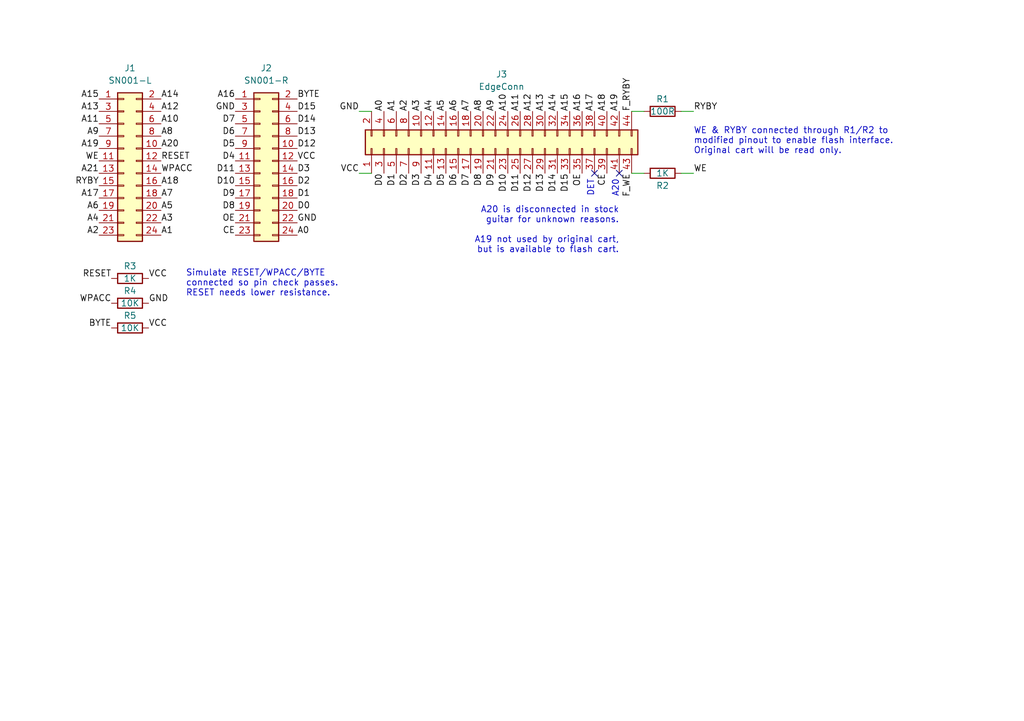
<source format=kicad_sch>
(kicad_sch (version 20230121) (generator eeschema)

  (uuid 19f51cc4-9c14-4242-be9c-db1283db84d2)

  (paper "A5")

  (lib_symbols
    (symbol "Connector_Generic:Conn_02x12_Odd_Even" (pin_names (offset 1.016) hide) (in_bom yes) (on_board yes)
      (property "Reference" "J" (at 1.27 15.24 0)
        (effects (font (size 1.27 1.27)))
      )
      (property "Value" "Conn_02x12_Odd_Even" (at 1.27 -17.78 0)
        (effects (font (size 1.27 1.27)))
      )
      (property "Footprint" "" (at 0 0 0)
        (effects (font (size 1.27 1.27)) hide)
      )
      (property "Datasheet" "~" (at 0 0 0)
        (effects (font (size 1.27 1.27)) hide)
      )
      (property "ki_keywords" "connector" (at 0 0 0)
        (effects (font (size 1.27 1.27)) hide)
      )
      (property "ki_description" "Generic connector, double row, 02x12, odd/even pin numbering scheme (row 1 odd numbers, row 2 even numbers), script generated (kicad-library-utils/schlib/autogen/connector/)" (at 0 0 0)
        (effects (font (size 1.27 1.27)) hide)
      )
      (property "ki_fp_filters" "Connector*:*_2x??_*" (at 0 0 0)
        (effects (font (size 1.27 1.27)) hide)
      )
      (symbol "Conn_02x12_Odd_Even_1_1"
        (rectangle (start -1.27 -15.113) (end 0 -15.367)
          (stroke (width 0.1524) (type default))
          (fill (type none))
        )
        (rectangle (start -1.27 -12.573) (end 0 -12.827)
          (stroke (width 0.1524) (type default))
          (fill (type none))
        )
        (rectangle (start -1.27 -10.033) (end 0 -10.287)
          (stroke (width 0.1524) (type default))
          (fill (type none))
        )
        (rectangle (start -1.27 -7.493) (end 0 -7.747)
          (stroke (width 0.1524) (type default))
          (fill (type none))
        )
        (rectangle (start -1.27 -4.953) (end 0 -5.207)
          (stroke (width 0.1524) (type default))
          (fill (type none))
        )
        (rectangle (start -1.27 -2.413) (end 0 -2.667)
          (stroke (width 0.1524) (type default))
          (fill (type none))
        )
        (rectangle (start -1.27 0.127) (end 0 -0.127)
          (stroke (width 0.1524) (type default))
          (fill (type none))
        )
        (rectangle (start -1.27 2.667) (end 0 2.413)
          (stroke (width 0.1524) (type default))
          (fill (type none))
        )
        (rectangle (start -1.27 5.207) (end 0 4.953)
          (stroke (width 0.1524) (type default))
          (fill (type none))
        )
        (rectangle (start -1.27 7.747) (end 0 7.493)
          (stroke (width 0.1524) (type default))
          (fill (type none))
        )
        (rectangle (start -1.27 10.287) (end 0 10.033)
          (stroke (width 0.1524) (type default))
          (fill (type none))
        )
        (rectangle (start -1.27 12.827) (end 0 12.573)
          (stroke (width 0.1524) (type default))
          (fill (type none))
        )
        (rectangle (start -1.27 13.97) (end 3.81 -16.51)
          (stroke (width 0.254) (type default))
          (fill (type background))
        )
        (rectangle (start 3.81 -15.113) (end 2.54 -15.367)
          (stroke (width 0.1524) (type default))
          (fill (type none))
        )
        (rectangle (start 3.81 -12.573) (end 2.54 -12.827)
          (stroke (width 0.1524) (type default))
          (fill (type none))
        )
        (rectangle (start 3.81 -10.033) (end 2.54 -10.287)
          (stroke (width 0.1524) (type default))
          (fill (type none))
        )
        (rectangle (start 3.81 -7.493) (end 2.54 -7.747)
          (stroke (width 0.1524) (type default))
          (fill (type none))
        )
        (rectangle (start 3.81 -4.953) (end 2.54 -5.207)
          (stroke (width 0.1524) (type default))
          (fill (type none))
        )
        (rectangle (start 3.81 -2.413) (end 2.54 -2.667)
          (stroke (width 0.1524) (type default))
          (fill (type none))
        )
        (rectangle (start 3.81 0.127) (end 2.54 -0.127)
          (stroke (width 0.1524) (type default))
          (fill (type none))
        )
        (rectangle (start 3.81 2.667) (end 2.54 2.413)
          (stroke (width 0.1524) (type default))
          (fill (type none))
        )
        (rectangle (start 3.81 5.207) (end 2.54 4.953)
          (stroke (width 0.1524) (type default))
          (fill (type none))
        )
        (rectangle (start 3.81 7.747) (end 2.54 7.493)
          (stroke (width 0.1524) (type default))
          (fill (type none))
        )
        (rectangle (start 3.81 10.287) (end 2.54 10.033)
          (stroke (width 0.1524) (type default))
          (fill (type none))
        )
        (rectangle (start 3.81 12.827) (end 2.54 12.573)
          (stroke (width 0.1524) (type default))
          (fill (type none))
        )
        (pin passive line (at -5.08 12.7 0) (length 3.81)
          (name "Pin_1" (effects (font (size 1.27 1.27))))
          (number "1" (effects (font (size 1.27 1.27))))
        )
        (pin passive line (at 7.62 2.54 180) (length 3.81)
          (name "Pin_10" (effects (font (size 1.27 1.27))))
          (number "10" (effects (font (size 1.27 1.27))))
        )
        (pin passive line (at -5.08 0 0) (length 3.81)
          (name "Pin_11" (effects (font (size 1.27 1.27))))
          (number "11" (effects (font (size 1.27 1.27))))
        )
        (pin passive line (at 7.62 0 180) (length 3.81)
          (name "Pin_12" (effects (font (size 1.27 1.27))))
          (number "12" (effects (font (size 1.27 1.27))))
        )
        (pin passive line (at -5.08 -2.54 0) (length 3.81)
          (name "Pin_13" (effects (font (size 1.27 1.27))))
          (number "13" (effects (font (size 1.27 1.27))))
        )
        (pin passive line (at 7.62 -2.54 180) (length 3.81)
          (name "Pin_14" (effects (font (size 1.27 1.27))))
          (number "14" (effects (font (size 1.27 1.27))))
        )
        (pin passive line (at -5.08 -5.08 0) (length 3.81)
          (name "Pin_15" (effects (font (size 1.27 1.27))))
          (number "15" (effects (font (size 1.27 1.27))))
        )
        (pin passive line (at 7.62 -5.08 180) (length 3.81)
          (name "Pin_16" (effects (font (size 1.27 1.27))))
          (number "16" (effects (font (size 1.27 1.27))))
        )
        (pin passive line (at -5.08 -7.62 0) (length 3.81)
          (name "Pin_17" (effects (font (size 1.27 1.27))))
          (number "17" (effects (font (size 1.27 1.27))))
        )
        (pin passive line (at 7.62 -7.62 180) (length 3.81)
          (name "Pin_18" (effects (font (size 1.27 1.27))))
          (number "18" (effects (font (size 1.27 1.27))))
        )
        (pin passive line (at -5.08 -10.16 0) (length 3.81)
          (name "Pin_19" (effects (font (size 1.27 1.27))))
          (number "19" (effects (font (size 1.27 1.27))))
        )
        (pin passive line (at 7.62 12.7 180) (length 3.81)
          (name "Pin_2" (effects (font (size 1.27 1.27))))
          (number "2" (effects (font (size 1.27 1.27))))
        )
        (pin passive line (at 7.62 -10.16 180) (length 3.81)
          (name "Pin_20" (effects (font (size 1.27 1.27))))
          (number "20" (effects (font (size 1.27 1.27))))
        )
        (pin passive line (at -5.08 -12.7 0) (length 3.81)
          (name "Pin_21" (effects (font (size 1.27 1.27))))
          (number "21" (effects (font (size 1.27 1.27))))
        )
        (pin passive line (at 7.62 -12.7 180) (length 3.81)
          (name "Pin_22" (effects (font (size 1.27 1.27))))
          (number "22" (effects (font (size 1.27 1.27))))
        )
        (pin passive line (at -5.08 -15.24 0) (length 3.81)
          (name "Pin_23" (effects (font (size 1.27 1.27))))
          (number "23" (effects (font (size 1.27 1.27))))
        )
        (pin passive line (at 7.62 -15.24 180) (length 3.81)
          (name "Pin_24" (effects (font (size 1.27 1.27))))
          (number "24" (effects (font (size 1.27 1.27))))
        )
        (pin passive line (at -5.08 10.16 0) (length 3.81)
          (name "Pin_3" (effects (font (size 1.27 1.27))))
          (number "3" (effects (font (size 1.27 1.27))))
        )
        (pin passive line (at 7.62 10.16 180) (length 3.81)
          (name "Pin_4" (effects (font (size 1.27 1.27))))
          (number "4" (effects (font (size 1.27 1.27))))
        )
        (pin passive line (at -5.08 7.62 0) (length 3.81)
          (name "Pin_5" (effects (font (size 1.27 1.27))))
          (number "5" (effects (font (size 1.27 1.27))))
        )
        (pin passive line (at 7.62 7.62 180) (length 3.81)
          (name "Pin_6" (effects (font (size 1.27 1.27))))
          (number "6" (effects (font (size 1.27 1.27))))
        )
        (pin passive line (at -5.08 5.08 0) (length 3.81)
          (name "Pin_7" (effects (font (size 1.27 1.27))))
          (number "7" (effects (font (size 1.27 1.27))))
        )
        (pin passive line (at 7.62 5.08 180) (length 3.81)
          (name "Pin_8" (effects (font (size 1.27 1.27))))
          (number "8" (effects (font (size 1.27 1.27))))
        )
        (pin passive line (at -5.08 2.54 0) (length 3.81)
          (name "Pin_9" (effects (font (size 1.27 1.27))))
          (number "9" (effects (font (size 1.27 1.27))))
        )
      )
    )
    (symbol "Connector_Generic:Conn_02x22_Odd_Even" (pin_names (offset 1.016) hide) (in_bom yes) (on_board yes)
      (property "Reference" "J" (at 1.27 27.94 0)
        (effects (font (size 1.27 1.27)))
      )
      (property "Value" "Conn_02x22_Odd_Even" (at 1.27 -30.48 0)
        (effects (font (size 1.27 1.27)))
      )
      (property "Footprint" "" (at 0 0 0)
        (effects (font (size 1.27 1.27)) hide)
      )
      (property "Datasheet" "~" (at 0 0 0)
        (effects (font (size 1.27 1.27)) hide)
      )
      (property "ki_keywords" "connector" (at 0 0 0)
        (effects (font (size 1.27 1.27)) hide)
      )
      (property "ki_description" "Generic connector, double row, 02x22, odd/even pin numbering scheme (row 1 odd numbers, row 2 even numbers), script generated (kicad-library-utils/schlib/autogen/connector/)" (at 0 0 0)
        (effects (font (size 1.27 1.27)) hide)
      )
      (property "ki_fp_filters" "Connector*:*_2x??_*" (at 0 0 0)
        (effects (font (size 1.27 1.27)) hide)
      )
      (symbol "Conn_02x22_Odd_Even_1_1"
        (rectangle (start -1.27 -27.813) (end 0 -28.067)
          (stroke (width 0.1524) (type default))
          (fill (type none))
        )
        (rectangle (start -1.27 -25.273) (end 0 -25.527)
          (stroke (width 0.1524) (type default))
          (fill (type none))
        )
        (rectangle (start -1.27 -22.733) (end 0 -22.987)
          (stroke (width 0.1524) (type default))
          (fill (type none))
        )
        (rectangle (start -1.27 -20.193) (end 0 -20.447)
          (stroke (width 0.1524) (type default))
          (fill (type none))
        )
        (rectangle (start -1.27 -17.653) (end 0 -17.907)
          (stroke (width 0.1524) (type default))
          (fill (type none))
        )
        (rectangle (start -1.27 -15.113) (end 0 -15.367)
          (stroke (width 0.1524) (type default))
          (fill (type none))
        )
        (rectangle (start -1.27 -12.573) (end 0 -12.827)
          (stroke (width 0.1524) (type default))
          (fill (type none))
        )
        (rectangle (start -1.27 -10.033) (end 0 -10.287)
          (stroke (width 0.1524) (type default))
          (fill (type none))
        )
        (rectangle (start -1.27 -7.493) (end 0 -7.747)
          (stroke (width 0.1524) (type default))
          (fill (type none))
        )
        (rectangle (start -1.27 -4.953) (end 0 -5.207)
          (stroke (width 0.1524) (type default))
          (fill (type none))
        )
        (rectangle (start -1.27 -2.413) (end 0 -2.667)
          (stroke (width 0.1524) (type default))
          (fill (type none))
        )
        (rectangle (start -1.27 0.127) (end 0 -0.127)
          (stroke (width 0.1524) (type default))
          (fill (type none))
        )
        (rectangle (start -1.27 2.667) (end 0 2.413)
          (stroke (width 0.1524) (type default))
          (fill (type none))
        )
        (rectangle (start -1.27 5.207) (end 0 4.953)
          (stroke (width 0.1524) (type default))
          (fill (type none))
        )
        (rectangle (start -1.27 7.747) (end 0 7.493)
          (stroke (width 0.1524) (type default))
          (fill (type none))
        )
        (rectangle (start -1.27 10.287) (end 0 10.033)
          (stroke (width 0.1524) (type default))
          (fill (type none))
        )
        (rectangle (start -1.27 12.827) (end 0 12.573)
          (stroke (width 0.1524) (type default))
          (fill (type none))
        )
        (rectangle (start -1.27 15.367) (end 0 15.113)
          (stroke (width 0.1524) (type default))
          (fill (type none))
        )
        (rectangle (start -1.27 17.907) (end 0 17.653)
          (stroke (width 0.1524) (type default))
          (fill (type none))
        )
        (rectangle (start -1.27 20.447) (end 0 20.193)
          (stroke (width 0.1524) (type default))
          (fill (type none))
        )
        (rectangle (start -1.27 22.987) (end 0 22.733)
          (stroke (width 0.1524) (type default))
          (fill (type none))
        )
        (rectangle (start -1.27 25.527) (end 0 25.273)
          (stroke (width 0.1524) (type default))
          (fill (type none))
        )
        (rectangle (start -1.27 26.67) (end 3.81 -29.21)
          (stroke (width 0.254) (type default))
          (fill (type background))
        )
        (rectangle (start 3.81 -27.813) (end 2.54 -28.067)
          (stroke (width 0.1524) (type default))
          (fill (type none))
        )
        (rectangle (start 3.81 -25.273) (end 2.54 -25.527)
          (stroke (width 0.1524) (type default))
          (fill (type none))
        )
        (rectangle (start 3.81 -22.733) (end 2.54 -22.987)
          (stroke (width 0.1524) (type default))
          (fill (type none))
        )
        (rectangle (start 3.81 -20.193) (end 2.54 -20.447)
          (stroke (width 0.1524) (type default))
          (fill (type none))
        )
        (rectangle (start 3.81 -17.653) (end 2.54 -17.907)
          (stroke (width 0.1524) (type default))
          (fill (type none))
        )
        (rectangle (start 3.81 -15.113) (end 2.54 -15.367)
          (stroke (width 0.1524) (type default))
          (fill (type none))
        )
        (rectangle (start 3.81 -12.573) (end 2.54 -12.827)
          (stroke (width 0.1524) (type default))
          (fill (type none))
        )
        (rectangle (start 3.81 -10.033) (end 2.54 -10.287)
          (stroke (width 0.1524) (type default))
          (fill (type none))
        )
        (rectangle (start 3.81 -7.493) (end 2.54 -7.747)
          (stroke (width 0.1524) (type default))
          (fill (type none))
        )
        (rectangle (start 3.81 -4.953) (end 2.54 -5.207)
          (stroke (width 0.1524) (type default))
          (fill (type none))
        )
        (rectangle (start 3.81 -2.413) (end 2.54 -2.667)
          (stroke (width 0.1524) (type default))
          (fill (type none))
        )
        (rectangle (start 3.81 0.127) (end 2.54 -0.127)
          (stroke (width 0.1524) (type default))
          (fill (type none))
        )
        (rectangle (start 3.81 2.667) (end 2.54 2.413)
          (stroke (width 0.1524) (type default))
          (fill (type none))
        )
        (rectangle (start 3.81 5.207) (end 2.54 4.953)
          (stroke (width 0.1524) (type default))
          (fill (type none))
        )
        (rectangle (start 3.81 7.747) (end 2.54 7.493)
          (stroke (width 0.1524) (type default))
          (fill (type none))
        )
        (rectangle (start 3.81 10.287) (end 2.54 10.033)
          (stroke (width 0.1524) (type default))
          (fill (type none))
        )
        (rectangle (start 3.81 12.827) (end 2.54 12.573)
          (stroke (width 0.1524) (type default))
          (fill (type none))
        )
        (rectangle (start 3.81 15.367) (end 2.54 15.113)
          (stroke (width 0.1524) (type default))
          (fill (type none))
        )
        (rectangle (start 3.81 17.907) (end 2.54 17.653)
          (stroke (width 0.1524) (type default))
          (fill (type none))
        )
        (rectangle (start 3.81 20.447) (end 2.54 20.193)
          (stroke (width 0.1524) (type default))
          (fill (type none))
        )
        (rectangle (start 3.81 22.987) (end 2.54 22.733)
          (stroke (width 0.1524) (type default))
          (fill (type none))
        )
        (rectangle (start 3.81 25.527) (end 2.54 25.273)
          (stroke (width 0.1524) (type default))
          (fill (type none))
        )
        (pin passive line (at -5.08 25.4 0) (length 3.81)
          (name "Pin_1" (effects (font (size 1.27 1.27))))
          (number "1" (effects (font (size 1.27 1.27))))
        )
        (pin passive line (at 7.62 15.24 180) (length 3.81)
          (name "Pin_10" (effects (font (size 1.27 1.27))))
          (number "10" (effects (font (size 1.27 1.27))))
        )
        (pin passive line (at -5.08 12.7 0) (length 3.81)
          (name "Pin_11" (effects (font (size 1.27 1.27))))
          (number "11" (effects (font (size 1.27 1.27))))
        )
        (pin passive line (at 7.62 12.7 180) (length 3.81)
          (name "Pin_12" (effects (font (size 1.27 1.27))))
          (number "12" (effects (font (size 1.27 1.27))))
        )
        (pin passive line (at -5.08 10.16 0) (length 3.81)
          (name "Pin_13" (effects (font (size 1.27 1.27))))
          (number "13" (effects (font (size 1.27 1.27))))
        )
        (pin passive line (at 7.62 10.16 180) (length 3.81)
          (name "Pin_14" (effects (font (size 1.27 1.27))))
          (number "14" (effects (font (size 1.27 1.27))))
        )
        (pin passive line (at -5.08 7.62 0) (length 3.81)
          (name "Pin_15" (effects (font (size 1.27 1.27))))
          (number "15" (effects (font (size 1.27 1.27))))
        )
        (pin passive line (at 7.62 7.62 180) (length 3.81)
          (name "Pin_16" (effects (font (size 1.27 1.27))))
          (number "16" (effects (font (size 1.27 1.27))))
        )
        (pin passive line (at -5.08 5.08 0) (length 3.81)
          (name "Pin_17" (effects (font (size 1.27 1.27))))
          (number "17" (effects (font (size 1.27 1.27))))
        )
        (pin passive line (at 7.62 5.08 180) (length 3.81)
          (name "Pin_18" (effects (font (size 1.27 1.27))))
          (number "18" (effects (font (size 1.27 1.27))))
        )
        (pin passive line (at -5.08 2.54 0) (length 3.81)
          (name "Pin_19" (effects (font (size 1.27 1.27))))
          (number "19" (effects (font (size 1.27 1.27))))
        )
        (pin passive line (at 7.62 25.4 180) (length 3.81)
          (name "Pin_2" (effects (font (size 1.27 1.27))))
          (number "2" (effects (font (size 1.27 1.27))))
        )
        (pin passive line (at 7.62 2.54 180) (length 3.81)
          (name "Pin_20" (effects (font (size 1.27 1.27))))
          (number "20" (effects (font (size 1.27 1.27))))
        )
        (pin passive line (at -5.08 0 0) (length 3.81)
          (name "Pin_21" (effects (font (size 1.27 1.27))))
          (number "21" (effects (font (size 1.27 1.27))))
        )
        (pin passive line (at 7.62 0 180) (length 3.81)
          (name "Pin_22" (effects (font (size 1.27 1.27))))
          (number "22" (effects (font (size 1.27 1.27))))
        )
        (pin passive line (at -5.08 -2.54 0) (length 3.81)
          (name "Pin_23" (effects (font (size 1.27 1.27))))
          (number "23" (effects (font (size 1.27 1.27))))
        )
        (pin passive line (at 7.62 -2.54 180) (length 3.81)
          (name "Pin_24" (effects (font (size 1.27 1.27))))
          (number "24" (effects (font (size 1.27 1.27))))
        )
        (pin passive line (at -5.08 -5.08 0) (length 3.81)
          (name "Pin_25" (effects (font (size 1.27 1.27))))
          (number "25" (effects (font (size 1.27 1.27))))
        )
        (pin passive line (at 7.62 -5.08 180) (length 3.81)
          (name "Pin_26" (effects (font (size 1.27 1.27))))
          (number "26" (effects (font (size 1.27 1.27))))
        )
        (pin passive line (at -5.08 -7.62 0) (length 3.81)
          (name "Pin_27" (effects (font (size 1.27 1.27))))
          (number "27" (effects (font (size 1.27 1.27))))
        )
        (pin passive line (at 7.62 -7.62 180) (length 3.81)
          (name "Pin_28" (effects (font (size 1.27 1.27))))
          (number "28" (effects (font (size 1.27 1.27))))
        )
        (pin passive line (at -5.08 -10.16 0) (length 3.81)
          (name "Pin_29" (effects (font (size 1.27 1.27))))
          (number "29" (effects (font (size 1.27 1.27))))
        )
        (pin passive line (at -5.08 22.86 0) (length 3.81)
          (name "Pin_3" (effects (font (size 1.27 1.27))))
          (number "3" (effects (font (size 1.27 1.27))))
        )
        (pin passive line (at 7.62 -10.16 180) (length 3.81)
          (name "Pin_30" (effects (font (size 1.27 1.27))))
          (number "30" (effects (font (size 1.27 1.27))))
        )
        (pin passive line (at -5.08 -12.7 0) (length 3.81)
          (name "Pin_31" (effects (font (size 1.27 1.27))))
          (number "31" (effects (font (size 1.27 1.27))))
        )
        (pin passive line (at 7.62 -12.7 180) (length 3.81)
          (name "Pin_32" (effects (font (size 1.27 1.27))))
          (number "32" (effects (font (size 1.27 1.27))))
        )
        (pin passive line (at -5.08 -15.24 0) (length 3.81)
          (name "Pin_33" (effects (font (size 1.27 1.27))))
          (number "33" (effects (font (size 1.27 1.27))))
        )
        (pin passive line (at 7.62 -15.24 180) (length 3.81)
          (name "Pin_34" (effects (font (size 1.27 1.27))))
          (number "34" (effects (font (size 1.27 1.27))))
        )
        (pin passive line (at -5.08 -17.78 0) (length 3.81)
          (name "Pin_35" (effects (font (size 1.27 1.27))))
          (number "35" (effects (font (size 1.27 1.27))))
        )
        (pin passive line (at 7.62 -17.78 180) (length 3.81)
          (name "Pin_36" (effects (font (size 1.27 1.27))))
          (number "36" (effects (font (size 1.27 1.27))))
        )
        (pin passive line (at -5.08 -20.32 0) (length 3.81)
          (name "Pin_37" (effects (font (size 1.27 1.27))))
          (number "37" (effects (font (size 1.27 1.27))))
        )
        (pin passive line (at 7.62 -20.32 180) (length 3.81)
          (name "Pin_38" (effects (font (size 1.27 1.27))))
          (number "38" (effects (font (size 1.27 1.27))))
        )
        (pin passive line (at -5.08 -22.86 0) (length 3.81)
          (name "Pin_39" (effects (font (size 1.27 1.27))))
          (number "39" (effects (font (size 1.27 1.27))))
        )
        (pin passive line (at 7.62 22.86 180) (length 3.81)
          (name "Pin_4" (effects (font (size 1.27 1.27))))
          (number "4" (effects (font (size 1.27 1.27))))
        )
        (pin passive line (at 7.62 -22.86 180) (length 3.81)
          (name "Pin_40" (effects (font (size 1.27 1.27))))
          (number "40" (effects (font (size 1.27 1.27))))
        )
        (pin passive line (at -5.08 -25.4 0) (length 3.81)
          (name "Pin_41" (effects (font (size 1.27 1.27))))
          (number "41" (effects (font (size 1.27 1.27))))
        )
        (pin passive line (at 7.62 -25.4 180) (length 3.81)
          (name "Pin_42" (effects (font (size 1.27 1.27))))
          (number "42" (effects (font (size 1.27 1.27))))
        )
        (pin passive line (at -5.08 -27.94 0) (length 3.81)
          (name "Pin_43" (effects (font (size 1.27 1.27))))
          (number "43" (effects (font (size 1.27 1.27))))
        )
        (pin passive line (at 7.62 -27.94 180) (length 3.81)
          (name "Pin_44" (effects (font (size 1.27 1.27))))
          (number "44" (effects (font (size 1.27 1.27))))
        )
        (pin passive line (at -5.08 20.32 0) (length 3.81)
          (name "Pin_5" (effects (font (size 1.27 1.27))))
          (number "5" (effects (font (size 1.27 1.27))))
        )
        (pin passive line (at 7.62 20.32 180) (length 3.81)
          (name "Pin_6" (effects (font (size 1.27 1.27))))
          (number "6" (effects (font (size 1.27 1.27))))
        )
        (pin passive line (at -5.08 17.78 0) (length 3.81)
          (name "Pin_7" (effects (font (size 1.27 1.27))))
          (number "7" (effects (font (size 1.27 1.27))))
        )
        (pin passive line (at 7.62 17.78 180) (length 3.81)
          (name "Pin_8" (effects (font (size 1.27 1.27))))
          (number "8" (effects (font (size 1.27 1.27))))
        )
        (pin passive line (at -5.08 15.24 0) (length 3.81)
          (name "Pin_9" (effects (font (size 1.27 1.27))))
          (number "9" (effects (font (size 1.27 1.27))))
        )
      )
    )
    (symbol "Device:R" (pin_numbers hide) (pin_names (offset 0)) (in_bom yes) (on_board yes)
      (property "Reference" "R" (at 2.032 0 90)
        (effects (font (size 1.27 1.27)))
      )
      (property "Value" "R" (at 0 0 90)
        (effects (font (size 1.27 1.27)))
      )
      (property "Footprint" "" (at -1.778 0 90)
        (effects (font (size 1.27 1.27)) hide)
      )
      (property "Datasheet" "~" (at 0 0 0)
        (effects (font (size 1.27 1.27)) hide)
      )
      (property "ki_keywords" "R res resistor" (at 0 0 0)
        (effects (font (size 1.27 1.27)) hide)
      )
      (property "ki_description" "Resistor" (at 0 0 0)
        (effects (font (size 1.27 1.27)) hide)
      )
      (property "ki_fp_filters" "R_*" (at 0 0 0)
        (effects (font (size 1.27 1.27)) hide)
      )
      (symbol "R_0_1"
        (rectangle (start -1.016 -2.54) (end 1.016 2.54)
          (stroke (width 0.254) (type default))
          (fill (type none))
        )
      )
      (symbol "R_1_1"
        (pin passive line (at 0 3.81 270) (length 1.27)
          (name "~" (effects (font (size 1.27 1.27))))
          (number "1" (effects (font (size 1.27 1.27))))
        )
        (pin passive line (at 0 -3.81 90) (length 1.27)
          (name "~" (effects (font (size 1.27 1.27))))
          (number "2" (effects (font (size 1.27 1.27))))
        )
      )
    )
  )


  (no_connect (at 127 35.56) (uuid 68a2a7fb-ccfb-4796-93e4-320f69f1b4b2))
  (no_connect (at 121.92 35.56) (uuid 9295d6b6-85e7-424f-9f21-dbe883f0418e))

  (wire (pts (xy 73.66 35.56) (xy 76.2 35.56))
    (stroke (width 0) (type default))
    (uuid 145ef6b0-7c2b-42ae-9c6c-7e5ecc827694)
  )
  (wire (pts (xy 129.54 35.56) (xy 132.08 35.56))
    (stroke (width 0) (type default))
    (uuid 1e48362c-3c6d-4e3c-a328-6c0cdf668c5a)
  )
  (wire (pts (xy 139.7 35.56) (xy 142.24 35.56))
    (stroke (width 0) (type default))
    (uuid 531f62bc-805d-4118-85fd-6044b7bd15df)
  )
  (wire (pts (xy 73.66 22.86) (xy 76.2 22.86))
    (stroke (width 0) (type default))
    (uuid 5db2b264-f298-4a36-802b-1a39eae804a5)
  )
  (wire (pts (xy 142.24 22.86) (xy 139.7 22.86))
    (stroke (width 0) (type default))
    (uuid 8d15fd9b-d704-42b2-aec0-de7f8e319c2d)
  )
  (wire (pts (xy 132.08 22.86) (xy 129.54 22.86))
    (stroke (width 0) (type default))
    (uuid d81f5aec-7094-466e-907f-7c78434c3a96)
  )

  (text "WE & RYBY connected through R1/R2 to\nmodified pinout to enable flash interface.\nOriginal cart will be read only."
    (at 142.24 31.75 0)
    (effects (font (size 1.27 1.27)) (justify left bottom))
    (uuid 13f094f9-c522-42ad-baef-841307e5887a)
  )
  (text "DET" (at 121.92 36.83 90)
    (effects (font (size 1.27 1.27)) (justify right bottom))
    (uuid 739ccd56-5be8-4a64-86f0-5fd3fe795c90)
  )
  (text "A20 is disconnected in stock\nguitar for unknown reasons.\n\nA19 not used by original cart,\nbut is available to flash cart."
    (at 127 52.07 0)
    (effects (font (size 1.27 1.27)) (justify right bottom))
    (uuid 7ef964cd-1ddb-423e-869f-0e74a8464833)
  )
  (text "Simulate RESET/WPACC/BYTE\nconnected so pin check passes.\nRESET needs lower resistance."
    (at 38.1 60.96 0)
    (effects (font (size 1.27 1.27)) (justify left bottom))
    (uuid b9d2ce4f-3fbf-42c1-b936-6d05bec47153)
  )
  (text "A20" (at 127 36.83 90)
    (effects (font (size 1.27 1.27)) (justify right bottom))
    (uuid bba745f3-9e93-4f48-b606-d3c09a3197c9)
  )

  (label "A20" (at 33.02 30.48 0) (fields_autoplaced)
    (effects (font (size 1.27 1.27)) (justify left bottom))
    (uuid 0139abfb-be5f-4271-ba7a-63ed824983f4)
  )
  (label "A9" (at 20.32 27.94 180) (fields_autoplaced)
    (effects (font (size 1.27 1.27)) (justify right bottom))
    (uuid 0497b2eb-4aa5-40b9-b21b-eca9e75319af)
  )
  (label "D15" (at 60.96 22.86 0) (fields_autoplaced)
    (effects (font (size 1.27 1.27)) (justify left bottom))
    (uuid 05d752ea-2f4c-4945-aa9e-d17db4abf5aa)
  )
  (label "A3" (at 86.36 22.86 90) (fields_autoplaced)
    (effects (font (size 1.27 1.27)) (justify left bottom))
    (uuid 0762ce91-d6da-421b-8713-72443b1ab98b)
  )
  (label "A16" (at 48.26 20.32 180) (fields_autoplaced)
    (effects (font (size 1.27 1.27)) (justify right bottom))
    (uuid 09c8c066-3240-4e09-954a-0526a34a55d5)
  )
  (label "D3" (at 86.36 35.56 270) (fields_autoplaced)
    (effects (font (size 1.27 1.27)) (justify right bottom))
    (uuid 0f9379db-8a85-4b5c-8a68-6881d3adf735)
  )
  (label "D10" (at 104.14 35.56 270) (fields_autoplaced)
    (effects (font (size 1.27 1.27)) (justify right bottom))
    (uuid 12d14f7a-11dd-4899-9b24-39f1562e1af4)
  )
  (label "BYTE" (at 60.96 20.32 0) (fields_autoplaced)
    (effects (font (size 1.27 1.27)) (justify left bottom))
    (uuid 14e49983-f98d-4701-9885-c14f37152623)
  )
  (label "A8" (at 99.06 22.86 90) (fields_autoplaced)
    (effects (font (size 1.27 1.27)) (justify left bottom))
    (uuid 1712ae53-0f27-445f-8ab2-c2d7c5d095ae)
  )
  (label "CE" (at 48.26 48.26 180) (fields_autoplaced)
    (effects (font (size 1.27 1.27)) (justify right bottom))
    (uuid 1832afa8-33b2-498d-9992-f8164f47426b)
  )
  (label "D5" (at 91.44 35.56 270) (fields_autoplaced)
    (effects (font (size 1.27 1.27)) (justify right bottom))
    (uuid 1c1e69e3-5c3f-4ba5-a5ad-4581d9ac8eaf)
  )
  (label "WPACC" (at 22.86 62.23 180) (fields_autoplaced)
    (effects (font (size 1.27 1.27)) (justify right bottom))
    (uuid 211947cb-8f33-436b-896c-2d8fca0c835e)
  )
  (label "A4" (at 20.32 45.72 180) (fields_autoplaced)
    (effects (font (size 1.27 1.27)) (justify right bottom))
    (uuid 280c863e-0cf8-41e4-b66e-f3f856a9de1f)
  )
  (label "A10" (at 33.02 25.4 0) (fields_autoplaced)
    (effects (font (size 1.27 1.27)) (justify left bottom))
    (uuid 2ae18ebc-9db1-4720-94a1-c4d288fac939)
  )
  (label "RYBY" (at 142.24 22.86 0) (fields_autoplaced)
    (effects (font (size 1.27 1.27)) (justify left bottom))
    (uuid 2b63cfba-861b-49d1-a7b1-ab5029f24910)
  )
  (label "VCC" (at 30.48 57.15 0) (fields_autoplaced)
    (effects (font (size 1.27 1.27)) (justify left bottom))
    (uuid 2db4954f-1f9d-4eb6-83f7-b34c2384e7b5)
  )
  (label "A18" (at 124.46 22.86 90) (fields_autoplaced)
    (effects (font (size 1.27 1.27)) (justify left bottom))
    (uuid 369792ba-2663-4fda-bbee-87afca60e21b)
  )
  (label "A12" (at 33.02 22.86 0) (fields_autoplaced)
    (effects (font (size 1.27 1.27)) (justify left bottom))
    (uuid 38f90f3c-c3bb-4cb3-83ae-ca9f14af6bf7)
  )
  (label "D0" (at 78.74 35.56 270) (fields_autoplaced)
    (effects (font (size 1.27 1.27)) (justify right bottom))
    (uuid 39f9f1ac-75b7-47d4-8a36-4e83af722ddc)
  )
  (label "GND" (at 60.96 45.72 0) (fields_autoplaced)
    (effects (font (size 1.27 1.27)) (justify left bottom))
    (uuid 3ae3f657-4e85-4869-a22b-0594c401d21f)
  )
  (label "D4" (at 48.26 33.02 180) (fields_autoplaced)
    (effects (font (size 1.27 1.27)) (justify right bottom))
    (uuid 4609da85-146b-4a72-bb88-8232cbda8985)
  )
  (label "WPACC" (at 33.02 35.56 0) (fields_autoplaced)
    (effects (font (size 1.27 1.27)) (justify left bottom))
    (uuid 48250c5d-7545-4cd4-861c-66e1e4b1e6a5)
  )
  (label "D2" (at 60.96 38.1 0) (fields_autoplaced)
    (effects (font (size 1.27 1.27)) (justify left bottom))
    (uuid 50d33b03-2089-43a8-8690-73bd96a0956c)
  )
  (label "A7" (at 96.52 22.86 90) (fields_autoplaced)
    (effects (font (size 1.27 1.27)) (justify left bottom))
    (uuid 51ab8684-5204-414b-89f8-2e63e73c74de)
  )
  (label "A9" (at 101.6 22.86 90) (fields_autoplaced)
    (effects (font (size 1.27 1.27)) (justify left bottom))
    (uuid 53d2e444-951c-48de-9977-c2bb26837166)
  )
  (label "RESET" (at 33.02 33.02 0) (fields_autoplaced)
    (effects (font (size 1.27 1.27)) (justify left bottom))
    (uuid 54f831db-8507-44d5-bc14-77c432f822ae)
  )
  (label "D9" (at 101.6 35.56 270) (fields_autoplaced)
    (effects (font (size 1.27 1.27)) (justify right bottom))
    (uuid 56f0c561-1759-4cd2-ab18-50ce577fa42d)
  )
  (label "D11" (at 48.26 35.56 180) (fields_autoplaced)
    (effects (font (size 1.27 1.27)) (justify right bottom))
    (uuid 58a587ce-e646-4f7d-9e3c-6968ceeb12c0)
  )
  (label "D12" (at 60.96 30.48 0) (fields_autoplaced)
    (effects (font (size 1.27 1.27)) (justify left bottom))
    (uuid 591584da-001d-4e01-a76f-7f183fff7401)
  )
  (label "A17" (at 20.32 40.64 180) (fields_autoplaced)
    (effects (font (size 1.27 1.27)) (justify right bottom))
    (uuid 592383f0-d56b-479e-9ce9-adc687f34428)
  )
  (label "D10" (at 48.26 38.1 180) (fields_autoplaced)
    (effects (font (size 1.27 1.27)) (justify right bottom))
    (uuid 5a574967-3bc4-422d-aec5-b19a0782534a)
  )
  (label "D6" (at 93.98 35.56 270) (fields_autoplaced)
    (effects (font (size 1.27 1.27)) (justify right bottom))
    (uuid 5adf86ac-1a6a-4e3c-b57c-dc11d352ed5a)
  )
  (label "D7" (at 96.52 35.56 270) (fields_autoplaced)
    (effects (font (size 1.27 1.27)) (justify right bottom))
    (uuid 5ba4a08c-978b-4bf1-9dd7-5842cf9ac472)
  )
  (label "A10" (at 104.14 22.86 90) (fields_autoplaced)
    (effects (font (size 1.27 1.27)) (justify left bottom))
    (uuid 5bba678f-8fef-411e-9014-280ac65ace2f)
  )
  (label "A13" (at 111.76 22.86 90) (fields_autoplaced)
    (effects (font (size 1.27 1.27)) (justify left bottom))
    (uuid 5ec03bd2-ee0b-47f3-ac47-08013c59bac3)
  )
  (label "A7" (at 33.02 40.64 0) (fields_autoplaced)
    (effects (font (size 1.27 1.27)) (justify left bottom))
    (uuid 5f320799-10a3-4c08-a9d4-e4bbec567fcf)
  )
  (label "A2" (at 20.32 48.26 180) (fields_autoplaced)
    (effects (font (size 1.27 1.27)) (justify right bottom))
    (uuid 608d9b96-481d-4995-a6f4-e486aa0572c5)
  )
  (label "A6" (at 93.98 22.86 90) (fields_autoplaced)
    (effects (font (size 1.27 1.27)) (justify left bottom))
    (uuid 619fd20c-6a3a-4525-97f3-92a5334a2b48)
  )
  (label "D14" (at 60.96 25.4 0) (fields_autoplaced)
    (effects (font (size 1.27 1.27)) (justify left bottom))
    (uuid 6bd29c08-9216-4aa9-9b9b-36e3124e509c)
  )
  (label "A15" (at 116.84 22.86 90) (fields_autoplaced)
    (effects (font (size 1.27 1.27)) (justify left bottom))
    (uuid 70b486d7-b8e6-418a-b07f-a1b1e8b16aa3)
  )
  (label "A5" (at 91.44 22.86 90) (fields_autoplaced)
    (effects (font (size 1.27 1.27)) (justify left bottom))
    (uuid 77ed236f-3b1d-42ea-aa3a-4315a60b8f54)
  )
  (label "A5" (at 33.02 43.18 0) (fields_autoplaced)
    (effects (font (size 1.27 1.27)) (justify left bottom))
    (uuid 7ae24c0c-2823-49d7-95a5-c3494345bb7b)
  )
  (label "D7" (at 48.26 25.4 180) (fields_autoplaced)
    (effects (font (size 1.27 1.27)) (justify right bottom))
    (uuid 7d93f76a-8a98-4ca7-8517-faaad0186c1b)
  )
  (label "A1" (at 81.28 22.86 90) (fields_autoplaced)
    (effects (font (size 1.27 1.27)) (justify left bottom))
    (uuid 7dbcb4dc-cb7a-4072-ac15-8539c7cb09a3)
  )
  (label "D0" (at 60.96 43.18 0) (fields_autoplaced)
    (effects (font (size 1.27 1.27)) (justify left bottom))
    (uuid 8007bb4d-b262-4b54-b46f-2b389bb3c086)
  )
  (label "D3" (at 60.96 35.56 0) (fields_autoplaced)
    (effects (font (size 1.27 1.27)) (justify left bottom))
    (uuid 8202b831-c92f-4d99-a77b-c9f5e7be7b55)
  )
  (label "A13" (at 20.32 22.86 180) (fields_autoplaced)
    (effects (font (size 1.27 1.27)) (justify right bottom))
    (uuid 8313a9b0-10d1-42be-8ec8-df96c508736c)
  )
  (label "GND" (at 73.66 22.86 180) (fields_autoplaced)
    (effects (font (size 1.27 1.27)) (justify right bottom))
    (uuid 83cd0f03-df76-4f73-ae33-03c7c970246e)
  )
  (label "A14" (at 33.02 20.32 0) (fields_autoplaced)
    (effects (font (size 1.27 1.27)) (justify left bottom))
    (uuid 83dad28b-0750-4390-8430-24997c865bf7)
  )
  (label "A15" (at 20.32 20.32 180) (fields_autoplaced)
    (effects (font (size 1.27 1.27)) (justify right bottom))
    (uuid 84ddd5ef-73ef-4532-b8d2-241eb4176c06)
  )
  (label "WE" (at 20.32 33.02 180) (fields_autoplaced)
    (effects (font (size 1.27 1.27)) (justify right bottom))
    (uuid 86d49680-b0e9-4591-8c24-80bd32ae9ade)
  )
  (label "A2" (at 83.82 22.86 90) (fields_autoplaced)
    (effects (font (size 1.27 1.27)) (justify left bottom))
    (uuid 91832c14-1287-4447-b82a-2039dc821236)
  )
  (label "A11" (at 106.68 22.86 90) (fields_autoplaced)
    (effects (font (size 1.27 1.27)) (justify left bottom))
    (uuid 920e951f-c77e-4549-813a-be9f742a9165)
  )
  (label "GND" (at 30.48 62.23 0) (fields_autoplaced)
    (effects (font (size 1.27 1.27)) (justify left bottom))
    (uuid 958b164f-94f7-4e7e-8011-1c8a454e4b9c)
  )
  (label "F_WE" (at 129.54 35.56 270) (fields_autoplaced)
    (effects (font (size 1.27 1.27)) (justify right bottom))
    (uuid 95d01614-69f7-44a8-a13a-e49f61d24b0e)
  )
  (label "A12" (at 109.22 22.86 90) (fields_autoplaced)
    (effects (font (size 1.27 1.27)) (justify left bottom))
    (uuid 962faaa9-b79c-47e3-b8e6-10fb727f4899)
  )
  (label "VCC" (at 60.96 33.02 0) (fields_autoplaced)
    (effects (font (size 1.27 1.27)) (justify left bottom))
    (uuid 970ea3e9-e240-4c1e-b2f8-64b6ef05cf6f)
  )
  (label "D6" (at 48.26 27.94 180) (fields_autoplaced)
    (effects (font (size 1.27 1.27)) (justify right bottom))
    (uuid 982e191c-cb1d-44ec-8779-29730f827423)
  )
  (label "A8" (at 33.02 27.94 0) (fields_autoplaced)
    (effects (font (size 1.27 1.27)) (justify left bottom))
    (uuid 9e2c76e9-6be9-40a9-b5e4-d80355eec65b)
  )
  (label "A19" (at 127 22.86 90) (fields_autoplaced)
    (effects (font (size 1.27 1.27)) (justify left bottom))
    (uuid 9e615969-8856-4fcf-b9d8-3f35fe4393a8)
  )
  (label "WE" (at 142.24 35.56 0) (fields_autoplaced)
    (effects (font (size 1.27 1.27)) (justify left bottom))
    (uuid 9ff6342d-93e3-4c15-a4f7-03f0e489461e)
  )
  (label "A1" (at 33.02 48.26 0) (fields_autoplaced)
    (effects (font (size 1.27 1.27)) (justify left bottom))
    (uuid a174249a-4366-4666-bb8e-87cb9c148b88)
  )
  (label "OE" (at 48.26 45.72 180) (fields_autoplaced)
    (effects (font (size 1.27 1.27)) (justify right bottom))
    (uuid a5cc676c-9bbe-411b-bc41-9df44ffd88d6)
  )
  (label "OE" (at 119.38 35.56 270) (fields_autoplaced)
    (effects (font (size 1.27 1.27)) (justify right bottom))
    (uuid a8ed8456-2306-42a1-84e2-6d63f38f291c)
  )
  (label "RYBY" (at 20.32 38.1 180) (fields_autoplaced)
    (effects (font (size 1.27 1.27)) (justify right bottom))
    (uuid aa010c9c-ae69-46b9-a614-0c76eee40d28)
  )
  (label "VCC" (at 73.66 35.56 180) (fields_autoplaced)
    (effects (font (size 1.27 1.27)) (justify right bottom))
    (uuid b56abe8c-57b3-401e-9695-10e9088e5f01)
  )
  (label "D13" (at 60.96 27.94 0) (fields_autoplaced)
    (effects (font (size 1.27 1.27)) (justify left bottom))
    (uuid b812b40f-e44b-4e42-bdb8-7397867320ca)
  )
  (label "D1" (at 81.28 35.56 270) (fields_autoplaced)
    (effects (font (size 1.27 1.27)) (justify right bottom))
    (uuid bcb0a6bb-588b-4155-b8c5-0a45d195fa53)
  )
  (label "RESET" (at 22.86 57.15 180) (fields_autoplaced)
    (effects (font (size 1.27 1.27)) (justify right bottom))
    (uuid bd4b1598-7d54-45db-a78d-1a7dbbcaf569)
  )
  (label "D14" (at 114.3 35.56 270) (fields_autoplaced)
    (effects (font (size 1.27 1.27)) (justify right bottom))
    (uuid bdce9da6-466f-4ca2-9c28-5eff994f57e8)
  )
  (label "A3" (at 33.02 45.72 0) (fields_autoplaced)
    (effects (font (size 1.27 1.27)) (justify left bottom))
    (uuid c294a32c-d70b-4066-932b-3c8a819d758d)
  )
  (label "D15" (at 116.84 35.56 270) (fields_autoplaced)
    (effects (font (size 1.27 1.27)) (justify right bottom))
    (uuid c362904e-b0f7-4b35-a5fe-95d2fcf66d30)
  )
  (label "VCC" (at 30.48 67.31 0) (fields_autoplaced)
    (effects (font (size 1.27 1.27)) (justify left bottom))
    (uuid c513e7c8-dc1d-401f-a84c-234a35731ec2)
  )
  (label "D12" (at 109.22 35.56 270) (fields_autoplaced)
    (effects (font (size 1.27 1.27)) (justify right bottom))
    (uuid c544f9a4-0d55-4be4-9f87-b75b06c9c69c)
  )
  (label "A17" (at 121.92 22.86 90) (fields_autoplaced)
    (effects (font (size 1.27 1.27)) (justify left bottom))
    (uuid c6765656-a2cb-42d6-ad83-aa8529611339)
  )
  (label "D8" (at 99.06 35.56 270) (fields_autoplaced)
    (effects (font (size 1.27 1.27)) (justify right bottom))
    (uuid c88d9cb0-a8dd-4d31-a5a5-007e6c5bdb31)
  )
  (label "A6" (at 20.32 43.18 180) (fields_autoplaced)
    (effects (font (size 1.27 1.27)) (justify right bottom))
    (uuid cbfefbc8-125c-44a8-89c4-9c2205b53cec)
  )
  (label "GND" (at 48.26 22.86 180) (fields_autoplaced)
    (effects (font (size 1.27 1.27)) (justify right bottom))
    (uuid ce9ba698-78b6-494a-aa19-2f3e37590ab3)
  )
  (label "D2" (at 83.82 35.56 270) (fields_autoplaced)
    (effects (font (size 1.27 1.27)) (justify right bottom))
    (uuid cfe67270-686e-427f-9e91-fe8d7df7a0bd)
  )
  (label "A18" (at 33.02 38.1 0) (fields_autoplaced)
    (effects (font (size 1.27 1.27)) (justify left bottom))
    (uuid d2be5171-75c4-48a9-9203-2a274c19c66f)
  )
  (label "A14" (at 114.3 22.86 90) (fields_autoplaced)
    (effects (font (size 1.27 1.27)) (justify left bottom))
    (uuid d2e0cc5c-1e98-4c27-a818-3a7c21b7d6b7)
  )
  (label "D8" (at 48.26 43.18 180) (fields_autoplaced)
    (effects (font (size 1.27 1.27)) (justify right bottom))
    (uuid d4a93eff-9d36-4c07-86f4-7eeccdbd33e1)
  )
  (label "A11" (at 20.32 25.4 180) (fields_autoplaced)
    (effects (font (size 1.27 1.27)) (justify right bottom))
    (uuid d6982a40-1dc0-4498-97a3-ff97d52feb3b)
  )
  (label "A0" (at 78.74 22.86 90) (fields_autoplaced)
    (effects (font (size 1.27 1.27)) (justify left bottom))
    (uuid d8f1ee0f-ccb9-487b-8e75-09836bb487a7)
  )
  (label "D1" (at 60.96 40.64 0) (fields_autoplaced)
    (effects (font (size 1.27 1.27)) (justify left bottom))
    (uuid d9e06abe-a40d-47f6-a9fd-236b5914d25c)
  )
  (label "D11" (at 106.68 35.56 270) (fields_autoplaced)
    (effects (font (size 1.27 1.27)) (justify right bottom))
    (uuid dd28ed63-148d-4ded-9708-9e03904d659e)
  )
  (label "CE" (at 124.46 35.56 270) (fields_autoplaced)
    (effects (font (size 1.27 1.27)) (justify right bottom))
    (uuid e1bd5e6e-ad38-4099-98bf-9ac7f9afaeda)
  )
  (label "D4" (at 88.9 35.56 270) (fields_autoplaced)
    (effects (font (size 1.27 1.27)) (justify right bottom))
    (uuid e610a8c8-70cb-494f-a222-133738b87257)
  )
  (label "F_RYBY" (at 129.54 22.86 90) (fields_autoplaced)
    (effects (font (size 1.27 1.27)) (justify left bottom))
    (uuid e7b0735b-a03b-4a5e-a935-1a6f542d5dd5)
  )
  (label "D9" (at 48.26 40.64 180) (fields_autoplaced)
    (effects (font (size 1.27 1.27)) (justify right bottom))
    (uuid e8af990e-f44a-4850-8b3f-9c74e8c36e09)
  )
  (label "A21" (at 20.32 35.56 180) (fields_autoplaced)
    (effects (font (size 1.27 1.27)) (justify right bottom))
    (uuid e97ce9f2-8cd2-4302-bf83-d478d1952eb7)
  )
  (label "A4" (at 88.9 22.86 90) (fields_autoplaced)
    (effects (font (size 1.27 1.27)) (justify left bottom))
    (uuid ea01175b-dc0b-4027-8d5f-f620ea457ec4)
  )
  (label "D13" (at 111.76 35.56 270) (fields_autoplaced)
    (effects (font (size 1.27 1.27)) (justify right bottom))
    (uuid eb565026-6942-42f1-ae88-2a0a978cf8a3)
  )
  (label "BYTE" (at 22.86 67.31 180) (fields_autoplaced)
    (effects (font (size 1.27 1.27)) (justify right bottom))
    (uuid ed32fc96-8a20-4c99-9cd0-f1192fb11dd3)
  )
  (label "A19" (at 20.32 30.48 180) (fields_autoplaced)
    (effects (font (size 1.27 1.27)) (justify right bottom))
    (uuid efcc291a-4d05-4a5b-ab06-d1e5656b8707)
  )
  (label "A16" (at 119.38 22.86 90) (fields_autoplaced)
    (effects (font (size 1.27 1.27)) (justify left bottom))
    (uuid f39ca610-bcfb-491e-8d27-c1b7d606894c)
  )
  (label "A0" (at 60.96 48.26 0) (fields_autoplaced)
    (effects (font (size 1.27 1.27)) (justify left bottom))
    (uuid f3df3cbc-7835-45e8-bd04-fd38337d7065)
  )
  (label "D5" (at 48.26 30.48 180) (fields_autoplaced)
    (effects (font (size 1.27 1.27)) (justify right bottom))
    (uuid fa899bce-2468-451a-a7f6-b169217be9eb)
  )

  (symbol (lib_id "Connector_Generic:Conn_02x22_Odd_Even") (at 101.6 30.48 90) (unit 1)
    (in_bom yes) (on_board yes) (dnp no)
    (uuid 3cecb219-4d27-4b6a-a8e9-6edf164b5ce3)
    (property "Reference" "J3" (at 102.87 15.24 90)
      (effects (font (size 1.27 1.27)))
    )
    (property "Value" "EdgeConn" (at 102.87 17.78 90)
      (effects (font (size 1.27 1.27)))
    )
    (property "Footprint" "CartParts:TE_Standard-Edge-II_44P" (at 101.6 30.48 0)
      (effects (font (size 1.27 1.27)) hide)
    )
    (property "Datasheet" "~" (at 101.6 30.48 0)
      (effects (font (size 1.27 1.27)) hide)
    )
    (pin "1" (uuid 8e8e0840-9d4f-4ef0-a819-dcc2f2b2c8c6))
    (pin "10" (uuid da673eb6-6dc7-4558-b67c-9b110da57454))
    (pin "11" (uuid 7a0e58c2-d202-4631-829d-f76cfe6d942b))
    (pin "12" (uuid 7b059d5b-12af-4582-898c-8d45424bc0ed))
    (pin "13" (uuid dfd57b83-9704-4649-8a1e-4f6a3ee5b671))
    (pin "14" (uuid 3ed607d6-c438-4090-b9b8-761e230219c5))
    (pin "15" (uuid 4121e462-83d9-4cf2-b462-c9eff2eccacc))
    (pin "16" (uuid 7ec067b8-456f-4ec6-a0d5-3647b6a30907))
    (pin "17" (uuid 4cae6f1f-331f-4c16-8ee9-3ba7384b7e64))
    (pin "18" (uuid 4c0994f3-f4a7-4f6d-a33c-732ada496ada))
    (pin "19" (uuid 3c31ed8c-a6ea-436e-a9c5-a9dfe2aebdb7))
    (pin "2" (uuid 5aae3424-360e-4917-9e06-2b40705bfe4f))
    (pin "20" (uuid 6ee4d536-6d3a-4eb4-9ae4-81122ed1bbed))
    (pin "21" (uuid 5b8a507b-0c7c-4cb4-b42e-b2f10dda85bd))
    (pin "22" (uuid d511972b-3c8a-4b8e-ac29-d8adab68c3ed))
    (pin "23" (uuid 9243d67b-d1cd-446e-995e-0d489c93a362))
    (pin "24" (uuid eb55b68e-0e31-436b-a840-46e8ad1cabf5))
    (pin "25" (uuid 553e7613-7612-4515-adbb-d18eb0f37b31))
    (pin "26" (uuid 04bd6322-f979-4413-865a-3adfadf623eb))
    (pin "27" (uuid 25155a62-c56f-428b-a2d9-d4ad6d2d327a))
    (pin "28" (uuid a0e64459-e12e-46fb-b00f-02b1167b1948))
    (pin "29" (uuid 75b88c12-2495-4ec7-8c60-26468f91bf49))
    (pin "3" (uuid ffbb5138-e32f-48f2-be35-88f4ac739438))
    (pin "30" (uuid 62da638d-5b5f-474b-a650-82f5803dc59b))
    (pin "31" (uuid ef4632bd-0397-4e75-904c-8feb3187c276))
    (pin "32" (uuid 78f7ad11-29f9-45c6-b098-3edd0c3dc3ae))
    (pin "33" (uuid a1dcbabe-9d8f-4109-8315-7bd777f61b99))
    (pin "34" (uuid b892296b-1807-4e7e-9801-2c0d74e56775))
    (pin "35" (uuid 09abc898-95f9-498a-86aa-1c2596f1f448))
    (pin "36" (uuid 41378865-1e68-4f85-9538-87accc438ad7))
    (pin "37" (uuid 4f930c16-42f5-4cda-a416-60e08527a459))
    (pin "38" (uuid 8664c697-6ae2-4473-860d-4d2ed33f2481))
    (pin "39" (uuid cf44e2d5-a918-4d83-a469-793d00ec6e04))
    (pin "4" (uuid 3ab23419-ce9b-4530-b4ca-ea0addd56537))
    (pin "40" (uuid 56ff6e11-573b-4290-b9fb-d6511ed53c30))
    (pin "41" (uuid c9553f1b-f1cb-4cf2-b468-2a507caa4018))
    (pin "42" (uuid c4168a53-3ce5-4c1a-a729-c51039e5276c))
    (pin "43" (uuid 32692909-7d91-45a8-8329-f410a0f12ba4))
    (pin "44" (uuid d605c99a-64fb-4882-b7b0-1d8cd81e1f1a))
    (pin "5" (uuid 43c3c9d7-05ec-4c52-b467-6ff97307eb10))
    (pin "6" (uuid a832cbb4-61af-466e-95fc-fc6a726b0c53))
    (pin "7" (uuid feff887d-6dcd-470a-9a16-e2567d9d7cf9))
    (pin "8" (uuid 8f444523-a9c0-4d92-8a31-cbe1834600a5))
    (pin "9" (uuid 34b9b65e-ce5b-41c7-99df-320c249bbd58))
    (instances
      (project "LuckyGroupGuitarDumper"
        (path "/19f51cc4-9c14-4242-be9c-db1283db84d2"
          (reference "J3") (unit 1)
        )
      )
    )
  )

  (symbol (lib_id "Device:R") (at 135.89 35.56 270) (unit 1)
    (in_bom yes) (on_board yes) (dnp no)
    (uuid aaa4d1f9-ad95-448c-bf5d-e6fda1e8c2f2)
    (property "Reference" "R2" (at 135.89 38.1 90)
      (effects (font (size 1.27 1.27)))
    )
    (property "Value" "1K" (at 135.89 35.56 90)
      (effects (font (size 1.27 1.27)))
    )
    (property "Footprint" "Resistor_SMD:R_0603_1608Metric_Pad0.98x0.95mm_HandSolder" (at 135.89 33.782 90)
      (effects (font (size 1.27 1.27)) hide)
    )
    (property "Datasheet" "~" (at 135.89 35.56 0)
      (effects (font (size 1.27 1.27)) hide)
    )
    (pin "1" (uuid 89d6f4a3-71ef-4c20-a09f-10af3c05332c))
    (pin "2" (uuid a9dacd5d-2108-4183-b633-846ed962006c))
    (instances
      (project "LuckyGroupGuitarDumper"
        (path "/19f51cc4-9c14-4242-be9c-db1283db84d2"
          (reference "R2") (unit 1)
        )
      )
    )
  )

  (symbol (lib_id "Connector_Generic:Conn_02x12_Odd_Even") (at 25.4 33.02 0) (unit 1)
    (in_bom yes) (on_board yes) (dnp no)
    (uuid adb919cc-d843-4921-8224-8a66793ff862)
    (property "Reference" "J1" (at 26.67 13.97 0)
      (effects (font (size 1.27 1.27)))
    )
    (property "Value" "SN001-L" (at 26.67 16.51 0)
      (effects (font (size 1.27 1.27)))
    )
    (property "Footprint" "Connector_PinSocket_2.54mm:PinSocket_2x12_P2.54mm_Vertical" (at 25.4 33.02 0)
      (effects (font (size 1.27 1.27)) hide)
    )
    (property "Datasheet" "~" (at 25.4 33.02 0)
      (effects (font (size 1.27 1.27)) hide)
    )
    (pin "1" (uuid dec87155-9be2-4774-bdcf-6ee00b38395c))
    (pin "10" (uuid d4ed7d23-2a37-423a-a4d1-827e1091904a))
    (pin "11" (uuid d5c7c2f7-8289-4d63-81b2-70e058f4361f))
    (pin "12" (uuid 4c2c6226-4dff-42ca-8793-410e075e771d))
    (pin "13" (uuid 633fe225-c32d-4201-89ae-18cfe1e66b35))
    (pin "14" (uuid 378b3207-48d2-4e3f-95a9-67b27f0b1761))
    (pin "15" (uuid 16f8eb7d-1baf-43f1-9502-b3cca97aff37))
    (pin "16" (uuid c27b181b-24e6-425b-8e23-b5f69b2f3734))
    (pin "17" (uuid dfbd96f1-331d-476a-aaad-1276abf24ae6))
    (pin "18" (uuid b65b3d38-0b99-475e-a491-e2b1cf65ea77))
    (pin "19" (uuid 5d8ddf69-0c66-4928-9a36-012e626450b4))
    (pin "2" (uuid ed51b371-24dd-47d9-8303-737e18df7834))
    (pin "20" (uuid 25d4baaa-b874-47d4-915e-a5e6287e1d1e))
    (pin "21" (uuid 7b39e18f-20c4-418b-96ce-659d997d11f3))
    (pin "22" (uuid a020a409-1dd7-4ff7-adb1-5bfc18ebf034))
    (pin "23" (uuid 77af70ea-8150-43e5-a291-e3256700be0e))
    (pin "24" (uuid 08310c23-ab98-4edf-aa9b-5d3998803a12))
    (pin "3" (uuid 27e4dd87-ee2c-47bd-9939-62fc4a7c30e8))
    (pin "4" (uuid 5ac06c33-280c-47a7-a6df-d47308a03847))
    (pin "5" (uuid 9e7af600-7705-455a-a198-4a9b8534d89c))
    (pin "6" (uuid c616cc0c-0f71-4e47-827d-bdea4258e53f))
    (pin "7" (uuid 1513f6fb-5a31-48a0-9c20-6247f43c12f5))
    (pin "8" (uuid 49d3aae9-005a-48ef-b38f-b062bfa945bf))
    (pin "9" (uuid 0349eddc-a005-48aa-9848-cc0dae434f41))
    (instances
      (project "LuckyGroupGuitarDumper"
        (path "/19f51cc4-9c14-4242-be9c-db1283db84d2"
          (reference "J1") (unit 1)
        )
      )
    )
  )

  (symbol (lib_id "Device:R") (at 135.89 22.86 270) (unit 1)
    (in_bom yes) (on_board yes) (dnp no)
    (uuid ade66723-4ae0-48ce-a818-ba5013544264)
    (property "Reference" "R1" (at 135.89 20.32 90)
      (effects (font (size 1.27 1.27)))
    )
    (property "Value" "100R" (at 135.89 22.86 90)
      (effects (font (size 1.27 1.27)))
    )
    (property "Footprint" "Resistor_SMD:R_0603_1608Metric_Pad0.98x0.95mm_HandSolder" (at 135.89 21.082 90)
      (effects (font (size 1.27 1.27)) hide)
    )
    (property "Datasheet" "~" (at 135.89 22.86 0)
      (effects (font (size 1.27 1.27)) hide)
    )
    (pin "1" (uuid 19b079fd-80cf-4507-b7f3-df4b312891a3))
    (pin "2" (uuid 831e0523-cbd9-4ffa-86fd-c870b91c84b5))
    (instances
      (project "LuckyGroupGuitarDumper"
        (path "/19f51cc4-9c14-4242-be9c-db1283db84d2"
          (reference "R1") (unit 1)
        )
      )
    )
  )

  (symbol (lib_id "Device:R") (at 26.67 62.23 90) (unit 1)
    (in_bom yes) (on_board yes) (dnp no)
    (uuid d06532a5-be48-4104-995f-009938be6cf2)
    (property "Reference" "R4" (at 26.67 59.69 90)
      (effects (font (size 1.27 1.27)))
    )
    (property "Value" "10K" (at 26.67 62.23 90)
      (effects (font (size 1.27 1.27)))
    )
    (property "Footprint" "Resistor_SMD:R_0603_1608Metric_Pad0.98x0.95mm_HandSolder" (at 26.67 64.008 90)
      (effects (font (size 1.27 1.27)) hide)
    )
    (property "Datasheet" "~" (at 26.67 62.23 0)
      (effects (font (size 1.27 1.27)) hide)
    )
    (pin "1" (uuid 607bffd2-1038-4018-84f8-3c56478fa1cd))
    (pin "2" (uuid 722d8df9-4356-4339-8a9c-56c64e5be6db))
    (instances
      (project "LuckyGroupGuitarDumper"
        (path "/19f51cc4-9c14-4242-be9c-db1283db84d2"
          (reference "R4") (unit 1)
        )
      )
    )
  )

  (symbol (lib_id "Device:R") (at 26.67 67.31 90) (unit 1)
    (in_bom yes) (on_board yes) (dnp no)
    (uuid d1863244-de07-499a-bb19-ceed5a5a5ae8)
    (property "Reference" "R5" (at 26.67 64.77 90)
      (effects (font (size 1.27 1.27)))
    )
    (property "Value" "10K" (at 26.67 67.31 90)
      (effects (font (size 1.27 1.27)))
    )
    (property "Footprint" "Resistor_SMD:R_0603_1608Metric_Pad0.98x0.95mm_HandSolder" (at 26.67 69.088 90)
      (effects (font (size 1.27 1.27)) hide)
    )
    (property "Datasheet" "~" (at 26.67 67.31 0)
      (effects (font (size 1.27 1.27)) hide)
    )
    (pin "1" (uuid c9f0bb7e-5109-409c-a601-cba8d277dffe))
    (pin "2" (uuid 5d44b0e3-c4de-432d-81b3-819ee150d11a))
    (instances
      (project "LuckyGroupGuitarDumper"
        (path "/19f51cc4-9c14-4242-be9c-db1283db84d2"
          (reference "R5") (unit 1)
        )
      )
    )
  )

  (symbol (lib_id "Connector_Generic:Conn_02x12_Odd_Even") (at 53.34 33.02 0) (unit 1)
    (in_bom yes) (on_board yes) (dnp no)
    (uuid e1fed00d-3a41-4e30-b2b8-3cf152e9e55c)
    (property "Reference" "J2" (at 54.61 13.97 0)
      (effects (font (size 1.27 1.27)))
    )
    (property "Value" "SN001-R" (at 54.61 16.51 0)
      (effects (font (size 1.27 1.27)))
    )
    (property "Footprint" "Connector_PinSocket_2.54mm:PinSocket_2x12_P2.54mm_Vertical" (at 53.34 33.02 0)
      (effects (font (size 1.27 1.27)) hide)
    )
    (property "Datasheet" "~" (at 53.34 33.02 0)
      (effects (font (size 1.27 1.27)) hide)
    )
    (pin "1" (uuid 821a048c-b3f2-4ab0-a245-49568b7f55e6))
    (pin "10" (uuid dbc58f02-e7fe-4d8c-8414-5f9ff211a8bc))
    (pin "11" (uuid c93d657e-55e5-4ca8-a684-4556f50e213e))
    (pin "12" (uuid 56a54d6b-9b52-4f07-a30b-decc2986634e))
    (pin "13" (uuid 0f1ec076-c0cc-4b0e-a44c-b48678d51208))
    (pin "14" (uuid 3f3886f1-3184-4e69-96b6-ac469c47ef3c))
    (pin "15" (uuid 927badcc-07b9-4069-853a-d84024d70c79))
    (pin "16" (uuid 362a660f-8df3-4dcd-9e76-5273eba0ad42))
    (pin "17" (uuid 5a085b0c-b025-43eb-8d45-af1e24b174de))
    (pin "18" (uuid 5d5d1ea1-c5c2-4127-86d4-82aba358dbde))
    (pin "19" (uuid 172da1a4-76ea-47f8-9fd9-a57efcccb0cb))
    (pin "2" (uuid 9b039dac-83f6-43ec-a840-917b9f913b0e))
    (pin "20" (uuid 0f19e5e7-ea75-4190-9ae1-04eca40322dd))
    (pin "21" (uuid c3dc940d-c8bf-4481-b938-0d229e5ae3c1))
    (pin "22" (uuid 154407c8-48c7-47f0-84e6-13f1cd24fed0))
    (pin "23" (uuid 56441c42-53ec-46a1-83e6-addba7a1c6e0))
    (pin "24" (uuid 33672fdd-2a47-4a21-bd7e-160ee4565c6f))
    (pin "3" (uuid da346614-b834-42dd-81e4-fe3bb9ffec99))
    (pin "4" (uuid 3c4c63cf-d72a-48fd-9f47-5dbd8c9a2ae4))
    (pin "5" (uuid b92b3a46-9e2a-48ca-a0af-d6bbff99ecb8))
    (pin "6" (uuid e0294501-9de4-4bb1-803c-e44deab3d23b))
    (pin "7" (uuid 5ec7c8f5-e04f-4489-9f91-a77bf32ee154))
    (pin "8" (uuid 2f64d80f-9e36-4672-9c0d-efef84c8b907))
    (pin "9" (uuid 5da5ab42-4f12-4c38-8af7-a118d1954318))
    (instances
      (project "LuckyGroupGuitarDumper"
        (path "/19f51cc4-9c14-4242-be9c-db1283db84d2"
          (reference "J2") (unit 1)
        )
      )
    )
  )

  (symbol (lib_id "Device:R") (at 26.67 57.15 90) (unit 1)
    (in_bom yes) (on_board yes) (dnp no)
    (uuid f609b933-3232-4eda-956d-1baf3e368eb2)
    (property "Reference" "R3" (at 26.67 54.61 90)
      (effects (font (size 1.27 1.27)))
    )
    (property "Value" "1K" (at 26.67 57.15 90)
      (effects (font (size 1.27 1.27)))
    )
    (property "Footprint" "Resistor_SMD:R_0603_1608Metric_Pad0.98x0.95mm_HandSolder" (at 26.67 58.928 90)
      (effects (font (size 1.27 1.27)) hide)
    )
    (property "Datasheet" "~" (at 26.67 57.15 0)
      (effects (font (size 1.27 1.27)) hide)
    )
    (pin "1" (uuid 0a1acab5-a3fd-4eee-8200-f4811febbc8c))
    (pin "2" (uuid ffa26262-bd8d-4445-b537-173c04d39c1b))
    (instances
      (project "LuckyGroupGuitarDumper"
        (path "/19f51cc4-9c14-4242-be9c-db1283db84d2"
          (reference "R3") (unit 1)
        )
      )
    )
  )

  (sheet_instances
    (path "/" (page "1"))
  )
)

</source>
